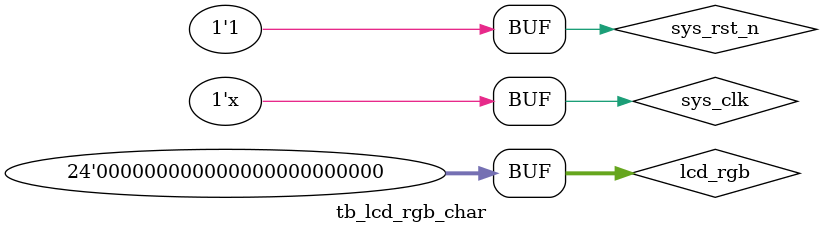
<source format=v>
`timescale 1ns / 1ps

module tb_lcd_rgb_char();

//reg define
reg     sys_clk;
reg     sys_rst_n;     

//wire define
wire          lcd_de ;
wire          lcd_hs ;
wire          lcd_vs ;
wire          lcd_bl ;
wire          lcd_clk;
wire  [23:0]  lcd_rgb;
        
always #10 sys_clk = ~sys_clk;
assign lcd_rgb = 24'h0;

initial begin
    sys_clk = 1'b0;
    sys_rst_n = 1'b0;
    #200
    sys_rst_n = 1'b1;
end

lcd_rgb_char u_lcd_rgb_char(
    .sys_clk          (sys_clk  ),
    .sys_rst_n        (sys_rst_n),

    .lcd_de           (lcd_de ),
    .lcd_hs           (lcd_hs ),
    .lcd_vs           (lcd_vs ),
    .lcd_bl           (lcd_bl ),
    .lcd_clk          (lcd_clk),
    .lcd_rgb          (lcd_rgb)
    );

endmodule

</source>
